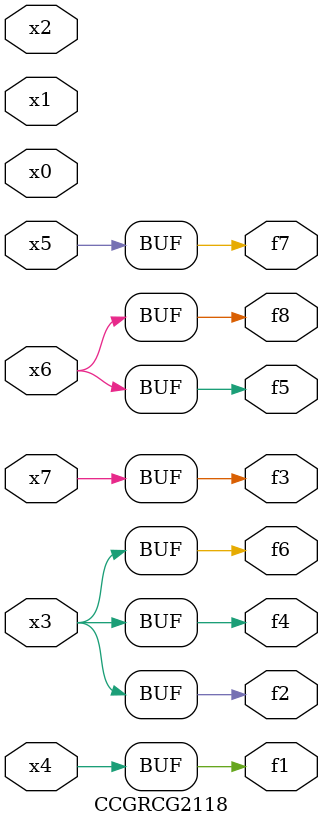
<source format=v>
module CCGRCG2118(
	input x0, x1, x2, x3, x4, x5, x6, x7,
	output f1, f2, f3, f4, f5, f6, f7, f8
);
	assign f1 = x4;
	assign f2 = x3;
	assign f3 = x7;
	assign f4 = x3;
	assign f5 = x6;
	assign f6 = x3;
	assign f7 = x5;
	assign f8 = x6;
endmodule

</source>
